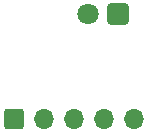
<source format=gbr>
%TF.GenerationSoftware,KiCad,Pcbnew,(5.99.0-10558-ge4ac0fb5a1)*%
%TF.CreationDate,2021-10-01T15:24:51+01:00*%
%TF.ProjectId,vsop-breakout,76736f70-2d62-4726-9561-6b6f75742e6b,rev?*%
%TF.SameCoordinates,Original*%
%TF.FileFunction,Soldermask,Bot*%
%TF.FilePolarity,Negative*%
%FSLAX46Y46*%
G04 Gerber Fmt 4.6, Leading zero omitted, Abs format (unit mm)*
G04 Created by KiCad (PCBNEW (5.99.0-10558-ge4ac0fb5a1)) date 2021-10-01 15:24:51*
%MOMM*%
%LPD*%
G01*
G04 APERTURE LIST*
G04 Aperture macros list*
%AMRoundRect*
0 Rectangle with rounded corners*
0 $1 Rounding radius*
0 $2 $3 $4 $5 $6 $7 $8 $9 X,Y pos of 4 corners*
0 Add a 4 corners polygon primitive as box body*
4,1,4,$2,$3,$4,$5,$6,$7,$8,$9,$2,$3,0*
0 Add four circle primitives for the rounded corners*
1,1,$1+$1,$2,$3*
1,1,$1+$1,$4,$5*
1,1,$1+$1,$6,$7*
1,1,$1+$1,$8,$9*
0 Add four rect primitives between the rounded corners*
20,1,$1+$1,$2,$3,$4,$5,0*
20,1,$1+$1,$4,$5,$6,$7,0*
20,1,$1+$1,$6,$7,$8,$9,0*
20,1,$1+$1,$8,$9,$2,$3,0*%
G04 Aperture macros list end*
%ADD10C,1.800000*%
%ADD11RoundRect,0.250200X0.649800X0.649800X-0.649800X0.649800X-0.649800X-0.649800X0.649800X-0.649800X0*%
%ADD12RoundRect,0.249900X0.600100X-0.600100X0.600100X0.600100X-0.600100X0.600100X-0.600100X-0.600100X0*%
%ADD13O,1.700000X1.700000*%
G04 APERTURE END LIST*
D10*
%TO.C,D2*%
X165100000Y-125730000D03*
D11*
X167640000Y-125730000D03*
%TD*%
D12*
%TO.C,J1*%
X158755000Y-134620000D03*
D13*
X161295000Y-134620000D03*
X163835000Y-134620000D03*
X166375000Y-134620000D03*
X168915000Y-134620000D03*
%TD*%
M02*

</source>
